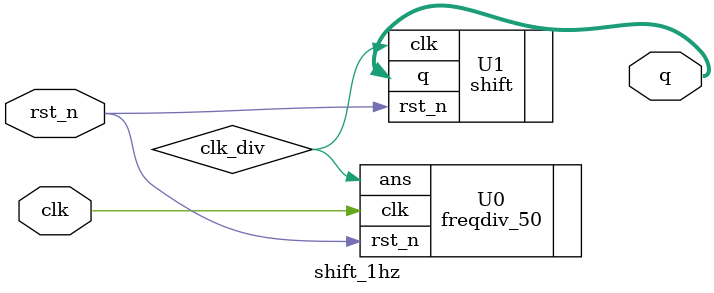
<source format=v>

`define BIT_WIDTH 8
module shift_1hz(
    q,
    clk, //global clock
    rst_n
);
output [`BIT_WIDTH-1 : 0] q;
input clk;
input rst_n;

wire clk_div;
wire [`BIT_WIDTH-1 : 0]q;

freqdiv_50 U0(
    .ans(clk_div), // divided clock
    .clk(clk), // global clock, f crystal
    .rst_n(rst_n)
);

shift U1(
    .q(q),
    .clk(clk_div),
    .rst_n(rst_n)
);

endmodule
</source>
